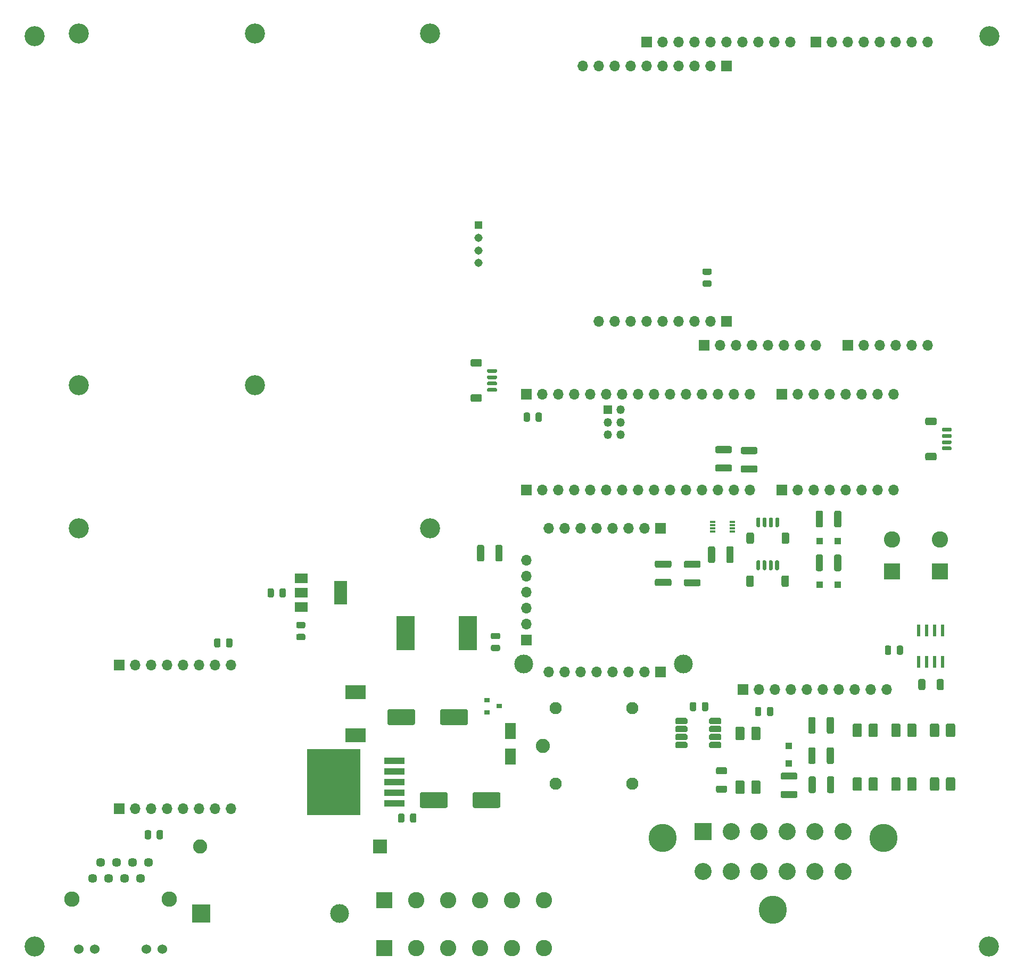
<source format=gbr>
%TF.GenerationSoftware,KiCad,Pcbnew,(5.1.10)-1*%
%TF.CreationDate,2022-01-06T13:20:54-06:00*%
%TF.ProjectId,AS12,41533132-2e6b-4696-9361-645f70636258,rev?*%
%TF.SameCoordinates,Original*%
%TF.FileFunction,Soldermask,Top*%
%TF.FilePolarity,Negative*%
%FSLAX46Y46*%
G04 Gerber Fmt 4.6, Leading zero omitted, Abs format (unit mm)*
G04 Created by KiCad (PCBNEW (5.1.10)-1) date 2022-01-06 13:20:54*
%MOMM*%
%LPD*%
G01*
G04 APERTURE LIST*
%ADD10R,1.800000X2.500000*%
%ADD11R,3.200000X2.250000*%
%ADD12R,2.000000X1.500000*%
%ADD13R,2.000000X3.800000*%
%ADD14R,8.460000X10.530000*%
%ADD15R,3.210000X1.050000*%
%ADD16R,2.900000X5.400000*%
%ADD17C,2.600000*%
%ADD18R,2.600000X2.600000*%
%ADD19R,1.100000X1.100000*%
%ADD20R,0.540800X1.981200*%
%ADD21O,1.700000X1.700000*%
%ADD22R,1.700000X1.700000*%
%ADD23C,3.200000*%
%ADD24C,2.445000*%
%ADD25C,1.530000*%
%ADD26C,1.446000*%
%ADD27C,1.950000*%
%ADD28C,2.250000*%
%ADD29R,2.250000X2.250000*%
%ADD30C,1.308000*%
%ADD31R,1.308000X1.308000*%
%ADD32C,3.000000*%
%ADD33R,0.900000X0.800000*%
%ADD34O,1.350000X1.350000*%
%ADD35R,1.350000X1.350000*%
%ADD36C,4.485000*%
%ADD37C,2.715000*%
%ADD38R,2.715000X2.715000*%
%ADD39R,0.850000X0.300000*%
%ADD40R,3.000000X3.000000*%
G04 APERTURE END LIST*
D10*
%TO.C,D4*%
X99260660Y-134184640D03*
X99260660Y-138184640D03*
%TD*%
D11*
%TO.C,D2*%
X74587100Y-127931500D03*
X74587100Y-134831500D03*
%TD*%
D12*
%TO.C,IC3*%
X65960860Y-109830840D03*
X65960860Y-114430840D03*
X65960860Y-112130840D03*
D13*
X72260860Y-112130840D03*
%TD*%
D14*
%TO.C,IC2*%
X71153140Y-142298420D03*
D15*
X80783140Y-138898420D03*
X80783140Y-140598420D03*
X80783140Y-142298420D03*
X80783140Y-143998420D03*
X80783140Y-145698420D03*
%TD*%
%TO.C,C2*%
G36*
G01*
X82394640Y-147520640D02*
X82394640Y-148470640D01*
G75*
G02*
X82144640Y-148720640I-250000J0D01*
G01*
X81644640Y-148720640D01*
G75*
G02*
X81394640Y-148470640I0J250000D01*
G01*
X81394640Y-147520640D01*
G75*
G02*
X81644640Y-147270640I250000J0D01*
G01*
X82144640Y-147270640D01*
G75*
G02*
X82394640Y-147520640I0J-250000D01*
G01*
G37*
G36*
G01*
X84294640Y-147520640D02*
X84294640Y-148470640D01*
G75*
G02*
X84044640Y-148720640I-250000J0D01*
G01*
X83544640Y-148720640D01*
G75*
G02*
X83294640Y-148470640I0J250000D01*
G01*
X83294640Y-147520640D01*
G75*
G02*
X83544640Y-147270640I250000J0D01*
G01*
X84044640Y-147270640D01*
G75*
G02*
X84294640Y-147520640I0J-250000D01*
G01*
G37*
%TD*%
D16*
%TO.C,L1*%
X92498720Y-118574820D03*
X82598720Y-118574820D03*
%TD*%
%TO.C,C10*%
G36*
G01*
X84093300Y-130942840D02*
X84093300Y-132942840D01*
G75*
G02*
X83843300Y-133192840I-250000J0D01*
G01*
X79943300Y-133192840D01*
G75*
G02*
X79693300Y-132942840I0J250000D01*
G01*
X79693300Y-130942840D01*
G75*
G02*
X79943300Y-130692840I250000J0D01*
G01*
X83843300Y-130692840D01*
G75*
G02*
X84093300Y-130942840I0J-250000D01*
G01*
G37*
G36*
G01*
X92493300Y-130942840D02*
X92493300Y-132942840D01*
G75*
G02*
X92243300Y-133192840I-250000J0D01*
G01*
X88343300Y-133192840D01*
G75*
G02*
X88093300Y-132942840I0J250000D01*
G01*
X88093300Y-130942840D01*
G75*
G02*
X88343300Y-130692840I250000J0D01*
G01*
X92243300Y-130692840D01*
G75*
G02*
X92493300Y-130942840I0J-250000D01*
G01*
G37*
%TD*%
%TO.C,C9*%
G36*
G01*
X93269820Y-146143220D02*
X93269820Y-144143220D01*
G75*
G02*
X93519820Y-143893220I250000J0D01*
G01*
X97419820Y-143893220D01*
G75*
G02*
X97669820Y-144143220I0J-250000D01*
G01*
X97669820Y-146143220D01*
G75*
G02*
X97419820Y-146393220I-250000J0D01*
G01*
X93519820Y-146393220D01*
G75*
G02*
X93269820Y-146143220I0J250000D01*
G01*
G37*
G36*
G01*
X84869820Y-146143220D02*
X84869820Y-144143220D01*
G75*
G02*
X85119820Y-143893220I250000J0D01*
G01*
X89019820Y-143893220D01*
G75*
G02*
X89269820Y-144143220I0J-250000D01*
G01*
X89269820Y-146143220D01*
G75*
G02*
X89019820Y-146393220I-250000J0D01*
G01*
X85119820Y-146393220D01*
G75*
G02*
X84869820Y-146143220I0J250000D01*
G01*
G37*
%TD*%
%TO.C,R14*%
G36*
G01*
X150775240Y-101493901D02*
X150775240Y-99343899D01*
G75*
G02*
X151025239Y-99093900I249999J0D01*
G01*
X151650241Y-99093900D01*
G75*
G02*
X151900240Y-99343899I0J-249999D01*
G01*
X151900240Y-101493901D01*
G75*
G02*
X151650241Y-101743900I-249999J0D01*
G01*
X151025239Y-101743900D01*
G75*
G02*
X150775240Y-101493901I0J249999D01*
G01*
G37*
G36*
G01*
X147850240Y-101493901D02*
X147850240Y-99343899D01*
G75*
G02*
X148100239Y-99093900I249999J0D01*
G01*
X148725241Y-99093900D01*
G75*
G02*
X148975240Y-99343899I0J-249999D01*
G01*
X148975240Y-101493901D01*
G75*
G02*
X148725241Y-101743900I-249999J0D01*
G01*
X148100239Y-101743900D01*
G75*
G02*
X147850240Y-101493901I0J249999D01*
G01*
G37*
%TD*%
%TO.C,R13*%
G36*
G01*
X150775240Y-108465353D02*
X150775240Y-106315351D01*
G75*
G02*
X151025239Y-106065352I249999J0D01*
G01*
X151650241Y-106065352D01*
G75*
G02*
X151900240Y-106315351I0J-249999D01*
G01*
X151900240Y-108465353D01*
G75*
G02*
X151650241Y-108715352I-249999J0D01*
G01*
X151025239Y-108715352D01*
G75*
G02*
X150775240Y-108465353I0J249999D01*
G01*
G37*
G36*
G01*
X147850240Y-108465353D02*
X147850240Y-106315351D01*
G75*
G02*
X148100239Y-106065352I249999J0D01*
G01*
X148725241Y-106065352D01*
G75*
G02*
X148975240Y-106315351I0J-249999D01*
G01*
X148975240Y-108465353D01*
G75*
G02*
X148725241Y-108715352I-249999J0D01*
G01*
X148100239Y-108715352D01*
G75*
G02*
X147850240Y-108465353I0J249999D01*
G01*
G37*
%TD*%
D17*
%TO.C,KF2*%
X159990660Y-103659940D03*
X167610660Y-103659940D03*
D18*
X159990660Y-108739940D03*
X167610660Y-108739940D03*
%TD*%
D19*
%TO.C,D6*%
X151292740Y-110876080D03*
X148492740Y-110876080D03*
%TD*%
%TO.C,D5*%
X151292740Y-103904626D03*
X148492740Y-103904626D03*
%TD*%
%TO.C,R12*%
G36*
G01*
X132222079Y-142837740D02*
X133472081Y-142837740D01*
G75*
G02*
X133722080Y-143087739I0J-249999D01*
G01*
X133722080Y-143712741D01*
G75*
G02*
X133472081Y-143962740I-249999J0D01*
G01*
X132222079Y-143962740D01*
G75*
G02*
X131972080Y-143712741I0J249999D01*
G01*
X131972080Y-143087739D01*
G75*
G02*
X132222079Y-142837740I249999J0D01*
G01*
G37*
G36*
G01*
X132222079Y-139912740D02*
X133472081Y-139912740D01*
G75*
G02*
X133722080Y-140162739I0J-249999D01*
G01*
X133722080Y-140787741D01*
G75*
G02*
X133472081Y-141037740I-249999J0D01*
G01*
X132222079Y-141037740D01*
G75*
G02*
X131972080Y-140787741I0J249999D01*
G01*
X131972080Y-140162739D01*
G75*
G02*
X132222079Y-139912740I249999J0D01*
G01*
G37*
%TD*%
%TO.C,R11*%
G36*
G01*
X165276960Y-126133699D02*
X165276960Y-127383701D01*
G75*
G02*
X165026961Y-127633700I-249999J0D01*
G01*
X164401959Y-127633700D01*
G75*
G02*
X164151960Y-127383701I0J249999D01*
G01*
X164151960Y-126133699D01*
G75*
G02*
X164401959Y-125883700I249999J0D01*
G01*
X165026961Y-125883700D01*
G75*
G02*
X165276960Y-126133699I0J-249999D01*
G01*
G37*
G36*
G01*
X168201960Y-126133699D02*
X168201960Y-127383701D01*
G75*
G02*
X167951961Y-127633700I-249999J0D01*
G01*
X167326959Y-127633700D01*
G75*
G02*
X167076960Y-127383701I0J249999D01*
G01*
X167076960Y-126133699D01*
G75*
G02*
X167326959Y-125883700I249999J0D01*
G01*
X167951961Y-125883700D01*
G75*
G02*
X168201960Y-126133699I0J-249999D01*
G01*
G37*
%TD*%
%TO.C,U7*%
G36*
G01*
X137847180Y-142023000D02*
X138794380Y-142023000D01*
G75*
G02*
X139060780Y-142289400I0J-266400D01*
G01*
X139060780Y-143906600D01*
G75*
G02*
X138794380Y-144173000I-266400J0D01*
G01*
X137847180Y-144173000D01*
G75*
G02*
X137580780Y-143906600I0J266400D01*
G01*
X137580780Y-142289400D01*
G75*
G02*
X137847180Y-142023000I266400J0D01*
G01*
G37*
G36*
G01*
X135307180Y-142023000D02*
X136254380Y-142023000D01*
G75*
G02*
X136520780Y-142289400I0J-266400D01*
G01*
X136520780Y-143906600D01*
G75*
G02*
X136254380Y-144173000I-266400J0D01*
G01*
X135307180Y-144173000D01*
G75*
G02*
X135040780Y-143906600I0J266400D01*
G01*
X135040780Y-142289400D01*
G75*
G02*
X135307180Y-142023000I266400J0D01*
G01*
G37*
G36*
G01*
X135307180Y-133463000D02*
X136254380Y-133463000D01*
G75*
G02*
X136520780Y-133729400I0J-266400D01*
G01*
X136520780Y-135346600D01*
G75*
G02*
X136254380Y-135613000I-266400J0D01*
G01*
X135307180Y-135613000D01*
G75*
G02*
X135040780Y-135346600I0J266400D01*
G01*
X135040780Y-133729400D01*
G75*
G02*
X135307180Y-133463000I266400J0D01*
G01*
G37*
G36*
G01*
X137847180Y-133463000D02*
X138794380Y-133463000D01*
G75*
G02*
X139060780Y-133729400I0J-266400D01*
G01*
X139060780Y-135346600D01*
G75*
G02*
X138794380Y-135613000I-266400J0D01*
G01*
X137847180Y-135613000D01*
G75*
G02*
X137580780Y-135346600I0J266400D01*
G01*
X137580780Y-133729400D01*
G75*
G02*
X137847180Y-133463000I266400J0D01*
G01*
G37*
%TD*%
%TO.C,R10*%
G36*
G01*
X96878980Y-106929503D02*
X96878980Y-104779497D01*
G75*
G02*
X97128977Y-104529500I249997J0D01*
G01*
X97753983Y-104529500D01*
G75*
G02*
X98003980Y-104779497I0J-249997D01*
G01*
X98003980Y-106929503D01*
G75*
G02*
X97753983Y-107179500I-249997J0D01*
G01*
X97128977Y-107179500D01*
G75*
G02*
X96878980Y-106929503I0J249997D01*
G01*
G37*
G36*
G01*
X93953980Y-106929503D02*
X93953980Y-104779497D01*
G75*
G02*
X94203977Y-104529500I249997J0D01*
G01*
X94828983Y-104529500D01*
G75*
G02*
X95078980Y-104779497I0J-249997D01*
G01*
X95078980Y-106929503D01*
G75*
G02*
X94828983Y-107179500I-249997J0D01*
G01*
X94203977Y-107179500D01*
G75*
G02*
X93953980Y-106929503I0J249997D01*
G01*
G37*
%TD*%
%TO.C,C5*%
G36*
G01*
X129733460Y-130736360D02*
X129733460Y-129786360D01*
G75*
G02*
X129983460Y-129536360I250000J0D01*
G01*
X130483460Y-129536360D01*
G75*
G02*
X130733460Y-129786360I0J-250000D01*
G01*
X130733460Y-130736360D01*
G75*
G02*
X130483460Y-130986360I-250000J0D01*
G01*
X129983460Y-130986360D01*
G75*
G02*
X129733460Y-130736360I0J250000D01*
G01*
G37*
G36*
G01*
X127833460Y-130736360D02*
X127833460Y-129786360D01*
G75*
G02*
X128083460Y-129536360I250000J0D01*
G01*
X128583460Y-129536360D01*
G75*
G02*
X128833460Y-129786360I0J-250000D01*
G01*
X128833460Y-130736360D01*
G75*
G02*
X128583460Y-130986360I-250000J0D01*
G01*
X128083460Y-130986360D01*
G75*
G02*
X127833460Y-130736360I0J250000D01*
G01*
G37*
%TD*%
D20*
%TO.C,U6*%
X168047700Y-123120479D03*
X166777700Y-123120479D03*
X165507700Y-123120479D03*
X164237700Y-123120479D03*
X164237700Y-118190481D03*
X165507700Y-118190481D03*
X166777700Y-118190481D03*
X168047700Y-118190481D03*
%TD*%
D21*
%TO.C,J24*%
X54795000Y-123679400D03*
X52255000Y-123679400D03*
X49715000Y-123679400D03*
X47175000Y-123679400D03*
X44635000Y-123679400D03*
X42095000Y-123679400D03*
X39555000Y-123679400D03*
D22*
X37015000Y-123679400D03*
%TD*%
D21*
%TO.C,J2*%
X54795000Y-146539400D03*
X52255000Y-146539400D03*
X49715000Y-146539400D03*
X47175000Y-146539400D03*
X44635000Y-146539400D03*
X42095000Y-146539400D03*
X39555000Y-146539400D03*
D22*
X37015000Y-146539400D03*
%TD*%
%TO.C,C13*%
G36*
G01*
X53136380Y-119651760D02*
X53136380Y-120601760D01*
G75*
G02*
X52886380Y-120851760I-250000J0D01*
G01*
X52386380Y-120851760D01*
G75*
G02*
X52136380Y-120601760I0J250000D01*
G01*
X52136380Y-119651760D01*
G75*
G02*
X52386380Y-119401760I250000J0D01*
G01*
X52886380Y-119401760D01*
G75*
G02*
X53136380Y-119651760I0J-250000D01*
G01*
G37*
G36*
G01*
X55036380Y-119651760D02*
X55036380Y-120601760D01*
G75*
G02*
X54786380Y-120851760I-250000J0D01*
G01*
X54286380Y-120851760D01*
G75*
G02*
X54036380Y-120601760I0J250000D01*
G01*
X54036380Y-119651760D01*
G75*
G02*
X54286380Y-119401760I250000J0D01*
G01*
X54786380Y-119401760D01*
G75*
G02*
X55036380Y-119651760I0J-250000D01*
G01*
G37*
%TD*%
D23*
%TO.C,REF\u002A\u002A*%
X58601220Y-23133960D03*
X58601220Y-79133960D03*
X30601220Y-79133960D03*
X30601220Y-23133960D03*
X86481220Y-23133960D03*
X86481220Y-101873960D03*
X30601220Y-101873960D03*
%TD*%
%TO.C,C6*%
G36*
G01*
X65445620Y-118697160D02*
X66395620Y-118697160D01*
G75*
G02*
X66645620Y-118947160I0J-250000D01*
G01*
X66645620Y-119447160D01*
G75*
G02*
X66395620Y-119697160I-250000J0D01*
G01*
X65445620Y-119697160D01*
G75*
G02*
X65195620Y-119447160I0J250000D01*
G01*
X65195620Y-118947160D01*
G75*
G02*
X65445620Y-118697160I250000J0D01*
G01*
G37*
G36*
G01*
X65445620Y-116797160D02*
X66395620Y-116797160D01*
G75*
G02*
X66645620Y-117047160I0J-250000D01*
G01*
X66645620Y-117547160D01*
G75*
G02*
X66395620Y-117797160I-250000J0D01*
G01*
X65445620Y-117797160D01*
G75*
G02*
X65195620Y-117547160I0J250000D01*
G01*
X65195620Y-117047160D01*
G75*
G02*
X65445620Y-116797160I250000J0D01*
G01*
G37*
%TD*%
%TO.C,U4*%
G36*
G01*
X130868760Y-136682760D02*
X130868760Y-136082760D01*
G75*
G02*
X131068760Y-135882760I200000J0D01*
G01*
X132618760Y-135882760D01*
G75*
G02*
X132818760Y-136082760I0J-200000D01*
G01*
X132818760Y-136682760D01*
G75*
G02*
X132618760Y-136882760I-200000J0D01*
G01*
X131068760Y-136882760D01*
G75*
G02*
X130868760Y-136682760I0J200000D01*
G01*
G37*
G36*
G01*
X130868760Y-135412760D02*
X130868760Y-134812760D01*
G75*
G02*
X131068760Y-134612760I200000J0D01*
G01*
X132618760Y-134612760D01*
G75*
G02*
X132818760Y-134812760I0J-200000D01*
G01*
X132818760Y-135412760D01*
G75*
G02*
X132618760Y-135612760I-200000J0D01*
G01*
X131068760Y-135612760D01*
G75*
G02*
X130868760Y-135412760I0J200000D01*
G01*
G37*
G36*
G01*
X130868760Y-132872760D02*
X130868760Y-132272760D01*
G75*
G02*
X131068760Y-132072760I200000J0D01*
G01*
X132618760Y-132072760D01*
G75*
G02*
X132818760Y-132272760I0J-200000D01*
G01*
X132818760Y-132872760D01*
G75*
G02*
X132618760Y-133072760I-200000J0D01*
G01*
X131068760Y-133072760D01*
G75*
G02*
X130868760Y-132872760I0J200000D01*
G01*
G37*
G36*
G01*
X127418760Y-136082760D02*
X127418760Y-136682760D01*
G75*
G02*
X127218760Y-136882760I-200000J0D01*
G01*
X125668760Y-136882760D01*
G75*
G02*
X125468760Y-136682760I0J200000D01*
G01*
X125468760Y-136082760D01*
G75*
G02*
X125668760Y-135882760I200000J0D01*
G01*
X127218760Y-135882760D01*
G75*
G02*
X127418760Y-136082760I0J-200000D01*
G01*
G37*
G36*
G01*
X125468760Y-135412760D02*
X125468760Y-134812760D01*
G75*
G02*
X125668760Y-134612760I200000J0D01*
G01*
X127218760Y-134612760D01*
G75*
G02*
X127418760Y-134812760I0J-200000D01*
G01*
X127418760Y-135412760D01*
G75*
G02*
X127218760Y-135612760I-200000J0D01*
G01*
X125668760Y-135612760D01*
G75*
G02*
X125468760Y-135412760I0J200000D01*
G01*
G37*
G36*
G01*
X125468760Y-132872760D02*
X125468760Y-132272760D01*
G75*
G02*
X125668760Y-132072760I200000J0D01*
G01*
X127218760Y-132072760D01*
G75*
G02*
X127418760Y-132272760I0J-200000D01*
G01*
X127418760Y-132872760D01*
G75*
G02*
X127218760Y-133072760I-200000J0D01*
G01*
X125668760Y-133072760D01*
G75*
G02*
X125468760Y-132872760I0J200000D01*
G01*
G37*
G36*
G01*
X130868760Y-134142760D02*
X130868760Y-133542760D01*
G75*
G02*
X131068760Y-133342760I200000J0D01*
G01*
X132618760Y-133342760D01*
G75*
G02*
X132818760Y-133542760I0J-200000D01*
G01*
X132818760Y-134142760D01*
G75*
G02*
X132618760Y-134342760I-200000J0D01*
G01*
X131068760Y-134342760D01*
G75*
G02*
X130868760Y-134142760I0J200000D01*
G01*
G37*
G36*
G01*
X125468760Y-134142760D02*
X125468760Y-133542760D01*
G75*
G02*
X125668760Y-133342760I200000J0D01*
G01*
X127218760Y-133342760D01*
G75*
G02*
X127418760Y-133542760I0J-200000D01*
G01*
X127418760Y-134142760D01*
G75*
G02*
X127218760Y-134342760I-200000J0D01*
G01*
X125668760Y-134342760D01*
G75*
G02*
X125468760Y-134142760I0J200000D01*
G01*
G37*
%TD*%
%TO.C,U2*%
G36*
G01*
X161065600Y-135113000D02*
X160118400Y-135113000D01*
G75*
G02*
X159852000Y-134846600I0J266400D01*
G01*
X159852000Y-133229400D01*
G75*
G02*
X160118400Y-132963000I266400J0D01*
G01*
X161065600Y-132963000D01*
G75*
G02*
X161332000Y-133229400I0J-266400D01*
G01*
X161332000Y-134846600D01*
G75*
G02*
X161065600Y-135113000I-266400J0D01*
G01*
G37*
G36*
G01*
X163605600Y-135113000D02*
X162658400Y-135113000D01*
G75*
G02*
X162392000Y-134846600I0J266400D01*
G01*
X162392000Y-133229400D01*
G75*
G02*
X162658400Y-132963000I266400J0D01*
G01*
X163605600Y-132963000D01*
G75*
G02*
X163872000Y-133229400I0J-266400D01*
G01*
X163872000Y-134846600D01*
G75*
G02*
X163605600Y-135113000I-266400J0D01*
G01*
G37*
G36*
G01*
X163605600Y-143673000D02*
X162658400Y-143673000D01*
G75*
G02*
X162392000Y-143406600I0J266400D01*
G01*
X162392000Y-141789400D01*
G75*
G02*
X162658400Y-141523000I266400J0D01*
G01*
X163605600Y-141523000D01*
G75*
G02*
X163872000Y-141789400I0J-266400D01*
G01*
X163872000Y-143406600D01*
G75*
G02*
X163605600Y-143673000I-266400J0D01*
G01*
G37*
G36*
G01*
X161065600Y-143673000D02*
X160118400Y-143673000D01*
G75*
G02*
X159852000Y-143406600I0J266400D01*
G01*
X159852000Y-141789400D01*
G75*
G02*
X160118400Y-141523000I266400J0D01*
G01*
X161065600Y-141523000D01*
G75*
G02*
X161332000Y-141789400I0J-266400D01*
G01*
X161332000Y-143406600D01*
G75*
G02*
X161065600Y-143673000I-266400J0D01*
G01*
G37*
%TD*%
%TO.C,U1*%
G36*
G01*
X154915600Y-135113000D02*
X153968400Y-135113000D01*
G75*
G02*
X153702000Y-134846600I0J266400D01*
G01*
X153702000Y-133229400D01*
G75*
G02*
X153968400Y-132963000I266400J0D01*
G01*
X154915600Y-132963000D01*
G75*
G02*
X155182000Y-133229400I0J-266400D01*
G01*
X155182000Y-134846600D01*
G75*
G02*
X154915600Y-135113000I-266400J0D01*
G01*
G37*
G36*
G01*
X157455600Y-135113000D02*
X156508400Y-135113000D01*
G75*
G02*
X156242000Y-134846600I0J266400D01*
G01*
X156242000Y-133229400D01*
G75*
G02*
X156508400Y-132963000I266400J0D01*
G01*
X157455600Y-132963000D01*
G75*
G02*
X157722000Y-133229400I0J-266400D01*
G01*
X157722000Y-134846600D01*
G75*
G02*
X157455600Y-135113000I-266400J0D01*
G01*
G37*
G36*
G01*
X157455600Y-143673000D02*
X156508400Y-143673000D01*
G75*
G02*
X156242000Y-143406600I0J266400D01*
G01*
X156242000Y-141789400D01*
G75*
G02*
X156508400Y-141523000I266400J0D01*
G01*
X157455600Y-141523000D01*
G75*
G02*
X157722000Y-141789400I0J-266400D01*
G01*
X157722000Y-143406600D01*
G75*
G02*
X157455600Y-143673000I-266400J0D01*
G01*
G37*
G36*
G01*
X154915600Y-143673000D02*
X153968400Y-143673000D01*
G75*
G02*
X153702000Y-143406600I0J266400D01*
G01*
X153702000Y-141789400D01*
G75*
G02*
X153968400Y-141523000I266400J0D01*
G01*
X154915600Y-141523000D01*
G75*
G02*
X155182000Y-141789400I0J-266400D01*
G01*
X155182000Y-143406600D01*
G75*
G02*
X154915600Y-143673000I-266400J0D01*
G01*
G37*
%TD*%
D24*
%TO.C,J12*%
X45006800Y-160873980D03*
X29516800Y-160873980D03*
D25*
X43886800Y-168823980D03*
X41346800Y-168823980D03*
X33176800Y-168823980D03*
X30636800Y-168823980D03*
D26*
X41706800Y-155033980D03*
X40436800Y-157573980D03*
X39166800Y-155033980D03*
X37896800Y-157573980D03*
X36626800Y-155033980D03*
X35356800Y-157573980D03*
X34086800Y-155033980D03*
X32816800Y-157573980D03*
%TD*%
D27*
%TO.C,K1*%
X118628540Y-130497580D03*
X118628540Y-142497580D03*
X106428540Y-142497580D03*
D28*
X104428540Y-136497580D03*
D27*
X106428540Y-130497580D03*
%TD*%
D17*
%TO.C,KF1*%
X104622600Y-161034600D03*
X104622600Y-168654600D03*
X99542600Y-161034600D03*
X99542600Y-168654600D03*
X94462600Y-161034600D03*
X94462600Y-168654600D03*
X89382600Y-161034600D03*
X89382600Y-168654600D03*
X84302600Y-161034600D03*
X84302600Y-168654600D03*
D18*
X79222600Y-161034600D03*
X79222600Y-168654600D03*
%TD*%
D28*
%TO.C,D3*%
X49893620Y-152481280D03*
D29*
X78493620Y-152481280D03*
%TD*%
D23*
%TO.C, *%
X23548340Y-23535640D03*
%TD*%
%TO.C, *%
X175493680Y-23535640D03*
%TD*%
%TO.C, *%
X175394620Y-168460420D03*
%TD*%
%TO.C, *%
X23550880Y-168409620D03*
%TD*%
%TO.C,J15*%
G36*
G01*
X166810601Y-85480800D02*
X165510599Y-85480800D01*
G75*
G02*
X165260600Y-85230801I0J249999D01*
G01*
X165260600Y-84530799D01*
G75*
G02*
X165510599Y-84280800I249999J0D01*
G01*
X166810601Y-84280800D01*
G75*
G02*
X167060600Y-84530799I0J-249999D01*
G01*
X167060600Y-85230801D01*
G75*
G02*
X166810601Y-85480800I-249999J0D01*
G01*
G37*
G36*
G01*
X166810601Y-91080800D02*
X165510599Y-91080800D01*
G75*
G02*
X165260600Y-90830801I0J249999D01*
G01*
X165260600Y-90130799D01*
G75*
G02*
X165510599Y-89880800I249999J0D01*
G01*
X166810601Y-89880800D01*
G75*
G02*
X167060600Y-90130799I0J-249999D01*
G01*
X167060600Y-90830801D01*
G75*
G02*
X166810601Y-91080800I-249999J0D01*
G01*
G37*
G36*
G01*
X169310600Y-86480800D02*
X168060600Y-86480800D01*
G75*
G02*
X167910600Y-86330800I0J150000D01*
G01*
X167910600Y-86030800D01*
G75*
G02*
X168060600Y-85880800I150000J0D01*
G01*
X169310600Y-85880800D01*
G75*
G02*
X169460600Y-86030800I0J-150000D01*
G01*
X169460600Y-86330800D01*
G75*
G02*
X169310600Y-86480800I-150000J0D01*
G01*
G37*
G36*
G01*
X169310600Y-87480800D02*
X168060600Y-87480800D01*
G75*
G02*
X167910600Y-87330800I0J150000D01*
G01*
X167910600Y-87030800D01*
G75*
G02*
X168060600Y-86880800I150000J0D01*
G01*
X169310600Y-86880800D01*
G75*
G02*
X169460600Y-87030800I0J-150000D01*
G01*
X169460600Y-87330800D01*
G75*
G02*
X169310600Y-87480800I-150000J0D01*
G01*
G37*
G36*
G01*
X169310600Y-88480800D02*
X168060600Y-88480800D01*
G75*
G02*
X167910600Y-88330800I0J150000D01*
G01*
X167910600Y-88030800D01*
G75*
G02*
X168060600Y-87880800I150000J0D01*
G01*
X169310600Y-87880800D01*
G75*
G02*
X169460600Y-88030800I0J-150000D01*
G01*
X169460600Y-88330800D01*
G75*
G02*
X169310600Y-88480800I-150000J0D01*
G01*
G37*
G36*
G01*
X169310600Y-89480800D02*
X168060600Y-89480800D01*
G75*
G02*
X167910600Y-89330800I0J150000D01*
G01*
X167910600Y-89030800D01*
G75*
G02*
X168060600Y-88880800I150000J0D01*
G01*
X169310600Y-88880800D01*
G75*
G02*
X169460600Y-89030800I0J-150000D01*
G01*
X169460600Y-89330800D01*
G75*
G02*
X169310600Y-89480800I-150000J0D01*
G01*
G37*
%TD*%
%TO.C,C4*%
G36*
G01*
X96415840Y-120437060D02*
X97365840Y-120437060D01*
G75*
G02*
X97615840Y-120687060I0J-250000D01*
G01*
X97615840Y-121187060D01*
G75*
G02*
X97365840Y-121437060I-250000J0D01*
G01*
X96415840Y-121437060D01*
G75*
G02*
X96165840Y-121187060I0J250000D01*
G01*
X96165840Y-120687060D01*
G75*
G02*
X96415840Y-120437060I250000J0D01*
G01*
G37*
G36*
G01*
X96415840Y-118537060D02*
X97365840Y-118537060D01*
G75*
G02*
X97615840Y-118787060I0J-250000D01*
G01*
X97615840Y-119287060D01*
G75*
G02*
X97365840Y-119537060I-250000J0D01*
G01*
X96415840Y-119537060D01*
G75*
G02*
X96165840Y-119287060I0J250000D01*
G01*
X96165840Y-118787060D01*
G75*
G02*
X96415840Y-118537060I250000J0D01*
G01*
G37*
%TD*%
%TO.C,C1*%
G36*
G01*
X159829080Y-120807460D02*
X159829080Y-121757460D01*
G75*
G02*
X159579080Y-122007460I-250000J0D01*
G01*
X159079080Y-122007460D01*
G75*
G02*
X158829080Y-121757460I0J250000D01*
G01*
X158829080Y-120807460D01*
G75*
G02*
X159079080Y-120557460I250000J0D01*
G01*
X159579080Y-120557460D01*
G75*
G02*
X159829080Y-120807460I0J-250000D01*
G01*
G37*
G36*
G01*
X161729080Y-120807460D02*
X161729080Y-121757460D01*
G75*
G02*
X161479080Y-122007460I-250000J0D01*
G01*
X160979080Y-122007460D01*
G75*
G02*
X160729080Y-121757460I0J250000D01*
G01*
X160729080Y-120807460D01*
G75*
G02*
X160979080Y-120557460I250000J0D01*
G01*
X161479080Y-120557460D01*
G75*
G02*
X161729080Y-120807460I0J-250000D01*
G01*
G37*
%TD*%
D30*
%TO.C,J23*%
X94145100Y-59654700D03*
X94145100Y-57654700D03*
X94145100Y-55654700D03*
D31*
X94145100Y-53654700D03*
%TD*%
D32*
%TO.C,REF\u002A\u002A*%
X101408560Y-123496400D03*
X126808560Y-123496400D03*
%TD*%
%TO.C,U3*%
G36*
G01*
X167215600Y-135113000D02*
X166268400Y-135113000D01*
G75*
G02*
X166002000Y-134846600I0J266400D01*
G01*
X166002000Y-133229400D01*
G75*
G02*
X166268400Y-132963000I266400J0D01*
G01*
X167215600Y-132963000D01*
G75*
G02*
X167482000Y-133229400I0J-266400D01*
G01*
X167482000Y-134846600D01*
G75*
G02*
X167215600Y-135113000I-266400J0D01*
G01*
G37*
G36*
G01*
X169755600Y-135113000D02*
X168808400Y-135113000D01*
G75*
G02*
X168542000Y-134846600I0J266400D01*
G01*
X168542000Y-133229400D01*
G75*
G02*
X168808400Y-132963000I266400J0D01*
G01*
X169755600Y-132963000D01*
G75*
G02*
X170022000Y-133229400I0J-266400D01*
G01*
X170022000Y-134846600D01*
G75*
G02*
X169755600Y-135113000I-266400J0D01*
G01*
G37*
G36*
G01*
X169755600Y-143673000D02*
X168808400Y-143673000D01*
G75*
G02*
X168542000Y-143406600I0J266400D01*
G01*
X168542000Y-141789400D01*
G75*
G02*
X168808400Y-141523000I266400J0D01*
G01*
X169755600Y-141523000D01*
G75*
G02*
X170022000Y-141789400I0J-266400D01*
G01*
X170022000Y-143406600D01*
G75*
G02*
X169755600Y-143673000I-266400J0D01*
G01*
G37*
G36*
G01*
X167215600Y-143673000D02*
X166268400Y-143673000D01*
G75*
G02*
X166002000Y-143406600I0J266400D01*
G01*
X166002000Y-141789400D01*
G75*
G02*
X166268400Y-141523000I266400J0D01*
G01*
X167215600Y-141523000D01*
G75*
G02*
X167482000Y-141789400I0J-266400D01*
G01*
X167482000Y-143406600D01*
G75*
G02*
X167215600Y-143673000I-266400J0D01*
G01*
G37*
%TD*%
%TO.C,R9*%
G36*
G01*
X138311203Y-90082800D02*
X136161197Y-90082800D01*
G75*
G02*
X135911200Y-89832803I0J249997D01*
G01*
X135911200Y-89207797D01*
G75*
G02*
X136161197Y-88957800I249997J0D01*
G01*
X138311203Y-88957800D01*
G75*
G02*
X138561200Y-89207797I0J-249997D01*
G01*
X138561200Y-89832803D01*
G75*
G02*
X138311203Y-90082800I-249997J0D01*
G01*
G37*
G36*
G01*
X138311203Y-93007800D02*
X136161197Y-93007800D01*
G75*
G02*
X135911200Y-92757803I0J249997D01*
G01*
X135911200Y-92132797D01*
G75*
G02*
X136161197Y-91882800I249997J0D01*
G01*
X138311203Y-91882800D01*
G75*
G02*
X138561200Y-92132797I0J-249997D01*
G01*
X138561200Y-92757803D01*
G75*
G02*
X138311203Y-93007800I-249997J0D01*
G01*
G37*
%TD*%
%TO.C,R8*%
G36*
G01*
X134247203Y-89930400D02*
X132097197Y-89930400D01*
G75*
G02*
X131847200Y-89680403I0J249997D01*
G01*
X131847200Y-89055397D01*
G75*
G02*
X132097197Y-88805400I249997J0D01*
G01*
X134247203Y-88805400D01*
G75*
G02*
X134497200Y-89055397I0J-249997D01*
G01*
X134497200Y-89680403D01*
G75*
G02*
X134247203Y-89930400I-249997J0D01*
G01*
G37*
G36*
G01*
X134247203Y-92855400D02*
X132097197Y-92855400D01*
G75*
G02*
X131847200Y-92605403I0J249997D01*
G01*
X131847200Y-91980397D01*
G75*
G02*
X132097197Y-91730400I249997J0D01*
G01*
X134247203Y-91730400D01*
G75*
G02*
X134497200Y-91980397I0J-249997D01*
G01*
X134497200Y-92605403D01*
G75*
G02*
X134247203Y-92855400I-249997J0D01*
G01*
G37*
%TD*%
%TO.C,R7*%
G36*
G01*
X124643463Y-108146740D02*
X122493457Y-108146740D01*
G75*
G02*
X122243460Y-107896743I0J249997D01*
G01*
X122243460Y-107271737D01*
G75*
G02*
X122493457Y-107021740I249997J0D01*
G01*
X124643463Y-107021740D01*
G75*
G02*
X124893460Y-107271737I0J-249997D01*
G01*
X124893460Y-107896743D01*
G75*
G02*
X124643463Y-108146740I-249997J0D01*
G01*
G37*
G36*
G01*
X124643463Y-111071740D02*
X122493457Y-111071740D01*
G75*
G02*
X122243460Y-110821743I0J249997D01*
G01*
X122243460Y-110196737D01*
G75*
G02*
X122493457Y-109946740I249997J0D01*
G01*
X124643463Y-109946740D01*
G75*
G02*
X124893460Y-110196737I0J-249997D01*
G01*
X124893460Y-110821743D01*
G75*
G02*
X124643463Y-111071740I-249997J0D01*
G01*
G37*
%TD*%
%TO.C,R6*%
G36*
G01*
X129266263Y-108182840D02*
X127116257Y-108182840D01*
G75*
G02*
X126866260Y-107932843I0J249997D01*
G01*
X126866260Y-107307837D01*
G75*
G02*
X127116257Y-107057840I249997J0D01*
G01*
X129266263Y-107057840D01*
G75*
G02*
X129516260Y-107307837I0J-249997D01*
G01*
X129516260Y-107932843D01*
G75*
G02*
X129266263Y-108182840I-249997J0D01*
G01*
G37*
G36*
G01*
X129266263Y-111107840D02*
X127116257Y-111107840D01*
G75*
G02*
X126866260Y-110857843I0J249997D01*
G01*
X126866260Y-110232837D01*
G75*
G02*
X127116257Y-109982840I249997J0D01*
G01*
X129266263Y-109982840D01*
G75*
G02*
X129516260Y-110232837I0J-249997D01*
G01*
X129516260Y-110857843D01*
G75*
G02*
X129266263Y-111107840I-249997J0D01*
G01*
G37*
%TD*%
%TO.C,R5*%
G36*
G01*
X133620080Y-107158103D02*
X133620080Y-105008097D01*
G75*
G02*
X133870077Y-104758100I249997J0D01*
G01*
X134495083Y-104758100D01*
G75*
G02*
X134745080Y-105008097I0J-249997D01*
G01*
X134745080Y-107158103D01*
G75*
G02*
X134495083Y-107408100I-249997J0D01*
G01*
X133870077Y-107408100D01*
G75*
G02*
X133620080Y-107158103I0J249997D01*
G01*
G37*
G36*
G01*
X130695080Y-107158103D02*
X130695080Y-105008097D01*
G75*
G02*
X130945077Y-104758100I249997J0D01*
G01*
X131570083Y-104758100D01*
G75*
G02*
X131820080Y-105008097I0J-249997D01*
G01*
X131820080Y-107158103D01*
G75*
G02*
X131570083Y-107408100I-249997J0D01*
G01*
X130945077Y-107408100D01*
G75*
G02*
X130695080Y-107158103I0J249997D01*
G01*
G37*
%TD*%
%TO.C,R4*%
G36*
G01*
X142511197Y-143693720D02*
X144661203Y-143693720D01*
G75*
G02*
X144911200Y-143943717I0J-249997D01*
G01*
X144911200Y-144568723D01*
G75*
G02*
X144661203Y-144818720I-249997J0D01*
G01*
X142511197Y-144818720D01*
G75*
G02*
X142261200Y-144568723I0J249997D01*
G01*
X142261200Y-143943717D01*
G75*
G02*
X142511197Y-143693720I249997J0D01*
G01*
G37*
G36*
G01*
X142511197Y-140768720D02*
X144661203Y-140768720D01*
G75*
G02*
X144911200Y-141018717I0J-249997D01*
G01*
X144911200Y-141643723D01*
G75*
G02*
X144661203Y-141893720I-249997J0D01*
G01*
X142511197Y-141893720D01*
G75*
G02*
X142261200Y-141643723I0J249997D01*
G01*
X142261200Y-141018717D01*
G75*
G02*
X142511197Y-140768720I249997J0D01*
G01*
G37*
%TD*%
%TO.C,R3*%
G36*
G01*
X149591600Y-134323403D02*
X149591600Y-132173397D01*
G75*
G02*
X149841597Y-131923400I249997J0D01*
G01*
X150466603Y-131923400D01*
G75*
G02*
X150716600Y-132173397I0J-249997D01*
G01*
X150716600Y-134323403D01*
G75*
G02*
X150466603Y-134573400I-249997J0D01*
G01*
X149841597Y-134573400D01*
G75*
G02*
X149591600Y-134323403I0J249997D01*
G01*
G37*
G36*
G01*
X146666600Y-134323403D02*
X146666600Y-132173397D01*
G75*
G02*
X146916597Y-131923400I249997J0D01*
G01*
X147541603Y-131923400D01*
G75*
G02*
X147791600Y-132173397I0J-249997D01*
G01*
X147791600Y-134323403D01*
G75*
G02*
X147541603Y-134573400I-249997J0D01*
G01*
X146916597Y-134573400D01*
G75*
G02*
X146666600Y-134323403I0J249997D01*
G01*
G37*
%TD*%
%TO.C,R2*%
G36*
G01*
X149591600Y-139149403D02*
X149591600Y-136999397D01*
G75*
G02*
X149841597Y-136749400I249997J0D01*
G01*
X150466603Y-136749400D01*
G75*
G02*
X150716600Y-136999397I0J-249997D01*
G01*
X150716600Y-139149403D01*
G75*
G02*
X150466603Y-139399400I-249997J0D01*
G01*
X149841597Y-139399400D01*
G75*
G02*
X149591600Y-139149403I0J249997D01*
G01*
G37*
G36*
G01*
X146666600Y-139149403D02*
X146666600Y-136999397D01*
G75*
G02*
X146916597Y-136749400I249997J0D01*
G01*
X147541603Y-136749400D01*
G75*
G02*
X147791600Y-136999397I0J-249997D01*
G01*
X147791600Y-139149403D01*
G75*
G02*
X147541603Y-139399400I-249997J0D01*
G01*
X146916597Y-139399400D01*
G75*
G02*
X146666600Y-139149403I0J249997D01*
G01*
G37*
%TD*%
%TO.C,R1*%
G36*
G01*
X149642400Y-143772203D02*
X149642400Y-141622197D01*
G75*
G02*
X149892397Y-141372200I249997J0D01*
G01*
X150517403Y-141372200D01*
G75*
G02*
X150767400Y-141622197I0J-249997D01*
G01*
X150767400Y-143772203D01*
G75*
G02*
X150517403Y-144022200I-249997J0D01*
G01*
X149892397Y-144022200D01*
G75*
G02*
X149642400Y-143772203I0J249997D01*
G01*
G37*
G36*
G01*
X146717400Y-143772203D02*
X146717400Y-141622197D01*
G75*
G02*
X146967397Y-141372200I249997J0D01*
G01*
X147592403Y-141372200D01*
G75*
G02*
X147842400Y-141622197I0J-249997D01*
G01*
X147842400Y-143772203D01*
G75*
G02*
X147592403Y-144022200I-249997J0D01*
G01*
X146967397Y-144022200D01*
G75*
G02*
X146717400Y-143772203I0J249997D01*
G01*
G37*
%TD*%
D33*
%TO.C,Q1*%
X97507300Y-130195320D03*
X95507300Y-131145320D03*
X95507300Y-129245320D03*
%TD*%
D21*
%TO.C,J22*%
X165608000Y-24511000D03*
X163068000Y-24511000D03*
X160528000Y-24511000D03*
X157988000Y-24511000D03*
X155448000Y-24511000D03*
X152908000Y-24511000D03*
X150368000Y-24511000D03*
D22*
X147828000Y-24511000D03*
%TD*%
D21*
%TO.C,J21*%
X143768000Y-24511000D03*
X141228000Y-24511000D03*
X138688000Y-24511000D03*
X136148000Y-24511000D03*
X133608000Y-24511000D03*
X131068000Y-24511000D03*
X128528000Y-24511000D03*
X125988000Y-24511000D03*
X123448000Y-24511000D03*
D22*
X120908000Y-24511000D03*
%TD*%
D21*
%TO.C,J20*%
X110794800Y-28336400D03*
X113334800Y-28336400D03*
X115874800Y-28336400D03*
X118414800Y-28336400D03*
X120954800Y-28336400D03*
X123494800Y-28336400D03*
X126034800Y-28336400D03*
X128574800Y-28336400D03*
X131114800Y-28336400D03*
D22*
X133654800Y-28336400D03*
%TD*%
D21*
%TO.C,J19*%
X165608000Y-72771000D03*
X163068000Y-72771000D03*
X160528000Y-72771000D03*
X157988000Y-72771000D03*
X155448000Y-72771000D03*
D22*
X152908000Y-72771000D03*
%TD*%
D21*
%TO.C,J18*%
X147828000Y-72771000D03*
X145288000Y-72771000D03*
X142748000Y-72771000D03*
X140208000Y-72771000D03*
X137668000Y-72771000D03*
X135128000Y-72771000D03*
X132588000Y-72771000D03*
D22*
X130048000Y-72771000D03*
%TD*%
D21*
%TO.C,J17*%
X113334800Y-68986400D03*
X115874800Y-68986400D03*
X118414800Y-68986400D03*
X120954800Y-68986400D03*
X123494800Y-68986400D03*
X126034800Y-68986400D03*
X128574800Y-68986400D03*
X131114800Y-68986400D03*
D22*
X133654800Y-68986400D03*
%TD*%
%TO.C,J16*%
G36*
G01*
X94471401Y-76159000D02*
X93171399Y-76159000D01*
G75*
G02*
X92921400Y-75909001I0J249999D01*
G01*
X92921400Y-75208999D01*
G75*
G02*
X93171399Y-74959000I249999J0D01*
G01*
X94471401Y-74959000D01*
G75*
G02*
X94721400Y-75208999I0J-249999D01*
G01*
X94721400Y-75909001D01*
G75*
G02*
X94471401Y-76159000I-249999J0D01*
G01*
G37*
G36*
G01*
X94471401Y-81759000D02*
X93171399Y-81759000D01*
G75*
G02*
X92921400Y-81509001I0J249999D01*
G01*
X92921400Y-80808999D01*
G75*
G02*
X93171399Y-80559000I249999J0D01*
G01*
X94471401Y-80559000D01*
G75*
G02*
X94721400Y-80808999I0J-249999D01*
G01*
X94721400Y-81509001D01*
G75*
G02*
X94471401Y-81759000I-249999J0D01*
G01*
G37*
G36*
G01*
X96971400Y-77159000D02*
X95721400Y-77159000D01*
G75*
G02*
X95571400Y-77009000I0J150000D01*
G01*
X95571400Y-76709000D01*
G75*
G02*
X95721400Y-76559000I150000J0D01*
G01*
X96971400Y-76559000D01*
G75*
G02*
X97121400Y-76709000I0J-150000D01*
G01*
X97121400Y-77009000D01*
G75*
G02*
X96971400Y-77159000I-150000J0D01*
G01*
G37*
G36*
G01*
X96971400Y-78159000D02*
X95721400Y-78159000D01*
G75*
G02*
X95571400Y-78009000I0J150000D01*
G01*
X95571400Y-77709000D01*
G75*
G02*
X95721400Y-77559000I150000J0D01*
G01*
X96971400Y-77559000D01*
G75*
G02*
X97121400Y-77709000I0J-150000D01*
G01*
X97121400Y-78009000D01*
G75*
G02*
X96971400Y-78159000I-150000J0D01*
G01*
G37*
G36*
G01*
X96971400Y-79159000D02*
X95721400Y-79159000D01*
G75*
G02*
X95571400Y-79009000I0J150000D01*
G01*
X95571400Y-78709000D01*
G75*
G02*
X95721400Y-78559000I150000J0D01*
G01*
X96971400Y-78559000D01*
G75*
G02*
X97121400Y-78709000I0J-150000D01*
G01*
X97121400Y-79009000D01*
G75*
G02*
X96971400Y-79159000I-150000J0D01*
G01*
G37*
G36*
G01*
X96971400Y-80159000D02*
X95721400Y-80159000D01*
G75*
G02*
X95571400Y-80009000I0J150000D01*
G01*
X95571400Y-79709000D01*
G75*
G02*
X95721400Y-79559000I150000J0D01*
G01*
X96971400Y-79559000D01*
G75*
G02*
X97121400Y-79709000I0J-150000D01*
G01*
X97121400Y-80009000D01*
G75*
G02*
X96971400Y-80159000I-150000J0D01*
G01*
G37*
%TD*%
D21*
%TO.C,J14*%
X160248600Y-80594200D03*
X157708600Y-80594200D03*
X155168600Y-80594200D03*
X152628600Y-80594200D03*
X150088600Y-80594200D03*
X147548600Y-80594200D03*
X145008600Y-80594200D03*
D22*
X142468600Y-80594200D03*
%TD*%
D21*
%TO.C,J13*%
X137388600Y-80594200D03*
X134848600Y-80594200D03*
X132308600Y-80594200D03*
X129768600Y-80594200D03*
X127228600Y-80594200D03*
X124688600Y-80594200D03*
X122148600Y-80594200D03*
X119608600Y-80594200D03*
X117068600Y-80594200D03*
X114528600Y-80594200D03*
X111988600Y-80594200D03*
X109448600Y-80594200D03*
X106908600Y-80594200D03*
X104368600Y-80594200D03*
D22*
X101828600Y-80594200D03*
%TD*%
D34*
%TO.C,J11*%
X116798600Y-87032600D03*
X114798600Y-87032600D03*
X116798600Y-85032600D03*
X114798600Y-85032600D03*
X116798600Y-83032600D03*
D35*
X114798600Y-83032600D03*
%TD*%
D21*
%TO.C,J10*%
X160248600Y-95834200D03*
X157708600Y-95834200D03*
X155168600Y-95834200D03*
X152628600Y-95834200D03*
X150088600Y-95834200D03*
X147548600Y-95834200D03*
X145008600Y-95834200D03*
D22*
X142468600Y-95834200D03*
%TD*%
D21*
%TO.C,J9*%
X137388600Y-95834200D03*
X134848600Y-95834200D03*
X132308600Y-95834200D03*
X129768600Y-95834200D03*
X127228600Y-95834200D03*
X124688600Y-95834200D03*
X122148600Y-95834200D03*
X119608600Y-95834200D03*
X117068600Y-95834200D03*
X114528600Y-95834200D03*
X111988600Y-95834200D03*
X109448600Y-95834200D03*
X106908600Y-95834200D03*
X104368600Y-95834200D03*
D22*
X101828600Y-95834200D03*
%TD*%
%TO.C,J8*%
G36*
G01*
X137985140Y-109640459D02*
X137985140Y-110940461D01*
G75*
G02*
X137735141Y-111190460I-249999J0D01*
G01*
X137035139Y-111190460D01*
G75*
G02*
X136785140Y-110940461I0J249999D01*
G01*
X136785140Y-109640459D01*
G75*
G02*
X137035139Y-109390460I249999J0D01*
G01*
X137735141Y-109390460D01*
G75*
G02*
X137985140Y-109640459I0J-249999D01*
G01*
G37*
G36*
G01*
X143585140Y-109640459D02*
X143585140Y-110940461D01*
G75*
G02*
X143335141Y-111190460I-249999J0D01*
G01*
X142635139Y-111190460D01*
G75*
G02*
X142385140Y-110940461I0J249999D01*
G01*
X142385140Y-109640459D01*
G75*
G02*
X142635139Y-109390460I249999J0D01*
G01*
X143335141Y-109390460D01*
G75*
G02*
X143585140Y-109640459I0J-249999D01*
G01*
G37*
G36*
G01*
X138985140Y-107140460D02*
X138985140Y-108390460D01*
G75*
G02*
X138835140Y-108540460I-150000J0D01*
G01*
X138535140Y-108540460D01*
G75*
G02*
X138385140Y-108390460I0J150000D01*
G01*
X138385140Y-107140460D01*
G75*
G02*
X138535140Y-106990460I150000J0D01*
G01*
X138835140Y-106990460D01*
G75*
G02*
X138985140Y-107140460I0J-150000D01*
G01*
G37*
G36*
G01*
X139985140Y-107140460D02*
X139985140Y-108390460D01*
G75*
G02*
X139835140Y-108540460I-150000J0D01*
G01*
X139535140Y-108540460D01*
G75*
G02*
X139385140Y-108390460I0J150000D01*
G01*
X139385140Y-107140460D01*
G75*
G02*
X139535140Y-106990460I150000J0D01*
G01*
X139835140Y-106990460D01*
G75*
G02*
X139985140Y-107140460I0J-150000D01*
G01*
G37*
G36*
G01*
X140985140Y-107140460D02*
X140985140Y-108390460D01*
G75*
G02*
X140835140Y-108540460I-150000J0D01*
G01*
X140535140Y-108540460D01*
G75*
G02*
X140385140Y-108390460I0J150000D01*
G01*
X140385140Y-107140460D01*
G75*
G02*
X140535140Y-106990460I150000J0D01*
G01*
X140835140Y-106990460D01*
G75*
G02*
X140985140Y-107140460I0J-150000D01*
G01*
G37*
G36*
G01*
X141985140Y-107140460D02*
X141985140Y-108390460D01*
G75*
G02*
X141835140Y-108540460I-150000J0D01*
G01*
X141535140Y-108540460D01*
G75*
G02*
X141385140Y-108390460I0J150000D01*
G01*
X141385140Y-107140460D01*
G75*
G02*
X141535140Y-106990460I150000J0D01*
G01*
X141835140Y-106990460D01*
G75*
G02*
X141985140Y-107140460I0J-150000D01*
G01*
G37*
%TD*%
%TO.C,J7*%
G36*
G01*
X138010540Y-102807859D02*
X138010540Y-104107861D01*
G75*
G02*
X137760541Y-104357860I-249999J0D01*
G01*
X137060539Y-104357860D01*
G75*
G02*
X136810540Y-104107861I0J249999D01*
G01*
X136810540Y-102807859D01*
G75*
G02*
X137060539Y-102557860I249999J0D01*
G01*
X137760541Y-102557860D01*
G75*
G02*
X138010540Y-102807859I0J-249999D01*
G01*
G37*
G36*
G01*
X143610540Y-102807859D02*
X143610540Y-104107861D01*
G75*
G02*
X143360541Y-104357860I-249999J0D01*
G01*
X142660539Y-104357860D01*
G75*
G02*
X142410540Y-104107861I0J249999D01*
G01*
X142410540Y-102807859D01*
G75*
G02*
X142660539Y-102557860I249999J0D01*
G01*
X143360541Y-102557860D01*
G75*
G02*
X143610540Y-102807859I0J-249999D01*
G01*
G37*
G36*
G01*
X139010540Y-100307860D02*
X139010540Y-101557860D01*
G75*
G02*
X138860540Y-101707860I-150000J0D01*
G01*
X138560540Y-101707860D01*
G75*
G02*
X138410540Y-101557860I0J150000D01*
G01*
X138410540Y-100307860D01*
G75*
G02*
X138560540Y-100157860I150000J0D01*
G01*
X138860540Y-100157860D01*
G75*
G02*
X139010540Y-100307860I0J-150000D01*
G01*
G37*
G36*
G01*
X140010540Y-100307860D02*
X140010540Y-101557860D01*
G75*
G02*
X139860540Y-101707860I-150000J0D01*
G01*
X139560540Y-101707860D01*
G75*
G02*
X139410540Y-101557860I0J150000D01*
G01*
X139410540Y-100307860D01*
G75*
G02*
X139560540Y-100157860I150000J0D01*
G01*
X139860540Y-100157860D01*
G75*
G02*
X140010540Y-100307860I0J-150000D01*
G01*
G37*
G36*
G01*
X141010540Y-100307860D02*
X141010540Y-101557860D01*
G75*
G02*
X140860540Y-101707860I-150000J0D01*
G01*
X140560540Y-101707860D01*
G75*
G02*
X140410540Y-101557860I0J150000D01*
G01*
X140410540Y-100307860D01*
G75*
G02*
X140560540Y-100157860I150000J0D01*
G01*
X140860540Y-100157860D01*
G75*
G02*
X141010540Y-100307860I0J-150000D01*
G01*
G37*
G36*
G01*
X142010540Y-100307860D02*
X142010540Y-101557860D01*
G75*
G02*
X141860540Y-101707860I-150000J0D01*
G01*
X141560540Y-101707860D01*
G75*
G02*
X141410540Y-101557860I0J150000D01*
G01*
X141410540Y-100307860D01*
G75*
G02*
X141560540Y-100157860I150000J0D01*
G01*
X141860540Y-100157860D01*
G75*
G02*
X142010540Y-100307860I0J-150000D01*
G01*
G37*
%TD*%
D21*
%TO.C,J6*%
X105394760Y-124790200D03*
X107934760Y-124790200D03*
X110474760Y-124790200D03*
X113014760Y-124790200D03*
X115554760Y-124790200D03*
X118094760Y-124790200D03*
X120634760Y-124790200D03*
D22*
X123174760Y-124790200D03*
%TD*%
D21*
%TO.C,J5*%
X105394760Y-101930200D03*
X107934760Y-101930200D03*
X110474760Y-101930200D03*
X113014760Y-101930200D03*
X115554760Y-101930200D03*
X118094760Y-101930200D03*
X120634760Y-101930200D03*
D22*
X123174760Y-101930200D03*
%TD*%
D21*
%TO.C,J4*%
X101762560Y-107010200D03*
X101762560Y-109550200D03*
X101762560Y-112090200D03*
X101762560Y-114630200D03*
X101762560Y-117170200D03*
D22*
X101762560Y-119710200D03*
%TD*%
D36*
%TO.C,J3*%
X158576000Y-151159400D03*
X141036000Y-162589400D03*
X123496000Y-151159400D03*
D37*
X129921000Y-156489400D03*
X134366000Y-156489400D03*
X138811000Y-156489400D03*
X143261000Y-156489400D03*
X147706000Y-156489400D03*
X152151000Y-156489400D03*
X152151000Y-150139400D03*
X147706000Y-150139400D03*
X143261000Y-150139400D03*
X138811000Y-150139400D03*
X134366000Y-150139400D03*
D38*
X129921000Y-150139400D03*
%TD*%
D21*
%TO.C,J1*%
X159097980Y-127520700D03*
X156557980Y-127520700D03*
X154017980Y-127520700D03*
X151477980Y-127520700D03*
X148937980Y-127520700D03*
X146397980Y-127520700D03*
X143857980Y-127520700D03*
X141317980Y-127520700D03*
X138777980Y-127520700D03*
D22*
X136237980Y-127520700D03*
%TD*%
D39*
%TO.C,IC1*%
X131406700Y-102398260D03*
X131406700Y-101898260D03*
X131406700Y-101398260D03*
X131406700Y-100898260D03*
X134556700Y-100898260D03*
X134556700Y-101398260D03*
X134556700Y-101898260D03*
X134556700Y-102398260D03*
%TD*%
D32*
%TO.C,F1*%
X72102900Y-163203900D03*
D40*
X50102900Y-163203900D03*
%TD*%
D19*
%TO.C,D1*%
X143545560Y-136504220D03*
X143545560Y-139304220D03*
%TD*%
%TO.C,C12*%
G36*
G01*
X131023380Y-61548860D02*
X130073380Y-61548860D01*
G75*
G02*
X129823380Y-61298860I0J250000D01*
G01*
X129823380Y-60798860D01*
G75*
G02*
X130073380Y-60548860I250000J0D01*
G01*
X131023380Y-60548860D01*
G75*
G02*
X131273380Y-60798860I0J-250000D01*
G01*
X131273380Y-61298860D01*
G75*
G02*
X131023380Y-61548860I-250000J0D01*
G01*
G37*
G36*
G01*
X131023380Y-63448860D02*
X130073380Y-63448860D01*
G75*
G02*
X129823380Y-63198860I0J250000D01*
G01*
X129823380Y-62698860D01*
G75*
G02*
X130073380Y-62448860I250000J0D01*
G01*
X131023380Y-62448860D01*
G75*
G02*
X131273380Y-62698860I0J-250000D01*
G01*
X131273380Y-63198860D01*
G75*
G02*
X131023380Y-63448860I-250000J0D01*
G01*
G37*
%TD*%
%TO.C,C11*%
G36*
G01*
X103279360Y-84676000D02*
X103279360Y-83726000D01*
G75*
G02*
X103529360Y-83476000I250000J0D01*
G01*
X104029360Y-83476000D01*
G75*
G02*
X104279360Y-83726000I0J-250000D01*
G01*
X104279360Y-84676000D01*
G75*
G02*
X104029360Y-84926000I-250000J0D01*
G01*
X103529360Y-84926000D01*
G75*
G02*
X103279360Y-84676000I0J250000D01*
G01*
G37*
G36*
G01*
X101379360Y-84676000D02*
X101379360Y-83726000D01*
G75*
G02*
X101629360Y-83476000I250000J0D01*
G01*
X102129360Y-83476000D01*
G75*
G02*
X102379360Y-83726000I0J-250000D01*
G01*
X102379360Y-84676000D01*
G75*
G02*
X102129360Y-84926000I-250000J0D01*
G01*
X101629360Y-84926000D01*
G75*
G02*
X101379360Y-84676000I0J250000D01*
G01*
G37*
%TD*%
%TO.C,C8*%
G36*
G01*
X42102620Y-150180020D02*
X42102620Y-151130020D01*
G75*
G02*
X41852620Y-151380020I-250000J0D01*
G01*
X41352620Y-151380020D01*
G75*
G02*
X41102620Y-151130020I0J250000D01*
G01*
X41102620Y-150180020D01*
G75*
G02*
X41352620Y-149930020I250000J0D01*
G01*
X41852620Y-149930020D01*
G75*
G02*
X42102620Y-150180020I0J-250000D01*
G01*
G37*
G36*
G01*
X44002620Y-150180020D02*
X44002620Y-151130020D01*
G75*
G02*
X43752620Y-151380020I-250000J0D01*
G01*
X43252620Y-151380020D01*
G75*
G02*
X43002620Y-151130020I0J250000D01*
G01*
X43002620Y-150180020D01*
G75*
G02*
X43252620Y-149930020I250000J0D01*
G01*
X43752620Y-149930020D01*
G75*
G02*
X44002620Y-150180020I0J-250000D01*
G01*
G37*
%TD*%
%TO.C,C7*%
G36*
G01*
X61637760Y-111699020D02*
X61637760Y-112649020D01*
G75*
G02*
X61387760Y-112899020I-250000J0D01*
G01*
X60887760Y-112899020D01*
G75*
G02*
X60637760Y-112649020I0J250000D01*
G01*
X60637760Y-111699020D01*
G75*
G02*
X60887760Y-111449020I250000J0D01*
G01*
X61387760Y-111449020D01*
G75*
G02*
X61637760Y-111699020I0J-250000D01*
G01*
G37*
G36*
G01*
X63537760Y-111699020D02*
X63537760Y-112649020D01*
G75*
G02*
X63287760Y-112899020I-250000J0D01*
G01*
X62787760Y-112899020D01*
G75*
G02*
X62537760Y-112649020I0J250000D01*
G01*
X62537760Y-111699020D01*
G75*
G02*
X62787760Y-111449020I250000J0D01*
G01*
X63287760Y-111449020D01*
G75*
G02*
X63537760Y-111699020I0J-250000D01*
G01*
G37*
%TD*%
%TO.C,C3*%
G36*
G01*
X140078880Y-131516140D02*
X140078880Y-130566140D01*
G75*
G02*
X140328880Y-130316140I250000J0D01*
G01*
X140828880Y-130316140D01*
G75*
G02*
X141078880Y-130566140I0J-250000D01*
G01*
X141078880Y-131516140D01*
G75*
G02*
X140828880Y-131766140I-250000J0D01*
G01*
X140328880Y-131766140D01*
G75*
G02*
X140078880Y-131516140I0J250000D01*
G01*
G37*
G36*
G01*
X138178880Y-131516140D02*
X138178880Y-130566140D01*
G75*
G02*
X138428880Y-130316140I250000J0D01*
G01*
X138928880Y-130316140D01*
G75*
G02*
X139178880Y-130566140I0J-250000D01*
G01*
X139178880Y-131516140D01*
G75*
G02*
X138928880Y-131766140I-250000J0D01*
G01*
X138428880Y-131766140D01*
G75*
G02*
X138178880Y-131516140I0J250000D01*
G01*
G37*
%TD*%
M02*

</source>
